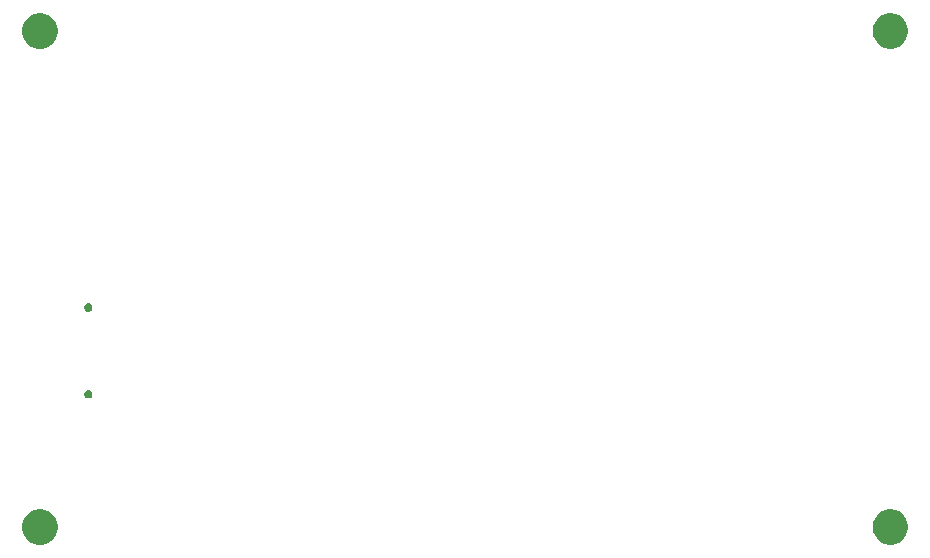
<source format=gbr>
%TF.GenerationSoftware,Altium Limited,Altium Designer,19.0.4 (130)*%
G04 Layer_Color=0*
%FSLAX45Y45*%
%MOMM*%
%TF.FileFunction,NonPlated,1,2,NPTH,Drill*%
%TF.Part,Single*%
G01*
G75*
G36*
X808999Y1488996D02*
X815961D01*
X828825Y1494325D01*
X838671Y1504171D01*
X844000Y1517035D01*
Y1530960D01*
X838671Y1543824D01*
X828825Y1553670D01*
X815961Y1558999D01*
X808999D01*
X802036D01*
X789172Y1553670D01*
X779326Y1543824D01*
X773997Y1530960D01*
Y1517035D01*
X779326Y1504171D01*
X789172Y1494325D01*
X802036Y1488996D01*
X808999D01*
D01*
D02*
G37*
G36*
Y2223996D02*
X815961D01*
X828825Y2229324D01*
X838671Y2239171D01*
X844000Y2252035D01*
Y2265959D01*
X838671Y2278824D01*
X828825Y2288670D01*
X815961Y2293998D01*
X808999D01*
X802036D01*
X789172Y2288670D01*
X779326Y2278824D01*
X773997Y2265959D01*
Y2252035D01*
X779326Y2239171D01*
X789172Y2229324D01*
X802036Y2223996D01*
X808999D01*
D01*
D02*
G37*
G36*
X399999Y4449999D02*
X385226D01*
X356246Y4455764D01*
X328948Y4467071D01*
X304380Y4483487D01*
X283487Y4504380D01*
X267071Y4528948D01*
X255764Y4556246D01*
X250000Y4585226D01*
Y4599999D01*
Y4614773D01*
X255764Y4643753D01*
X267071Y4671051D01*
X283487Y4695619D01*
X304380Y4716512D01*
X328948Y4732928D01*
X356246Y4744235D01*
X385226Y4749999D01*
X399999D01*
X414773D01*
X443753Y4744235D01*
X471051Y4732928D01*
X495619Y4716512D01*
X516512Y4695619D01*
X532928Y4671051D01*
X544235Y4643753D01*
X549999Y4614773D01*
Y4599999D01*
Y4585226D01*
X544235Y4556246D01*
X532928Y4528948D01*
X516512Y4504380D01*
X495619Y4483487D01*
X471051Y4467071D01*
X443753Y4455764D01*
X414773Y4449999D01*
X399999D01*
D01*
D02*
G37*
G36*
X250000Y400000D02*
Y385226D01*
X255764Y356246D01*
X267072Y328948D01*
X283487Y304380D01*
X304380Y283487D01*
X328948Y267072D01*
X356246Y255764D01*
X385226Y250000D01*
X400000D01*
X414774D01*
X443753Y255764D01*
X471051Y267072D01*
X495619Y283487D01*
X516512Y304380D01*
X532928Y328948D01*
X544235Y356246D01*
X550000Y385226D01*
Y400000D01*
Y414774D01*
X544235Y443753D01*
X532928Y471051D01*
X516512Y495619D01*
X495619Y516512D01*
X471051Y532928D01*
X443753Y544235D01*
X414774Y550000D01*
X400000D01*
X385226D01*
X356246Y544235D01*
X328948Y532928D01*
X304380Y516512D01*
X283487Y495619D01*
X267072Y471051D01*
X255764Y443753D01*
X250000Y414774D01*
Y400000D01*
D01*
D02*
G37*
G36*
X7450000Y4600000D02*
Y4585226D01*
X7455764Y4556246D01*
X7467072Y4528948D01*
X7483487Y4504380D01*
X7504380Y4483487D01*
X7528948Y4467072D01*
X7556247Y4455764D01*
X7585226Y4450000D01*
X7600000D01*
X7614774D01*
X7643753Y4455764D01*
X7671051Y4467072D01*
X7695619Y4483487D01*
X7716512Y4504380D01*
X7732928Y4528948D01*
X7744235Y4556246D01*
X7750000Y4585226D01*
Y4600000D01*
Y4614774D01*
X7744235Y4643753D01*
X7732928Y4671051D01*
X7716512Y4695619D01*
X7695619Y4716512D01*
X7671051Y4732928D01*
X7643753Y4744235D01*
X7614774Y4750000D01*
X7600000D01*
X7585226D01*
X7556247Y4744235D01*
X7528948Y4732928D01*
X7504380Y4716512D01*
X7483487Y4695619D01*
X7467072Y4671051D01*
X7455764Y4643753D01*
X7450000Y4614774D01*
Y4600000D01*
D01*
D02*
G37*
G36*
Y400000D02*
Y385226D01*
X7455764Y356246D01*
X7467072Y328948D01*
X7483487Y304380D01*
X7504380Y283487D01*
X7528948Y267072D01*
X7556247Y255764D01*
X7585226Y250000D01*
X7600000D01*
X7614774D01*
X7643753Y255764D01*
X7671051Y267072D01*
X7695619Y283487D01*
X7716512Y304380D01*
X7732928Y328948D01*
X7744235Y356246D01*
X7750000Y385226D01*
Y400000D01*
Y414774D01*
X7744235Y443753D01*
X7732928Y471051D01*
X7716512Y495619D01*
X7695619Y516512D01*
X7671051Y532928D01*
X7643753Y544235D01*
X7614774Y550000D01*
X7600000D01*
X7585226D01*
X7556247Y544235D01*
X7528948Y532928D01*
X7504380Y516512D01*
X7483487Y495619D01*
X7467072Y471051D01*
X7455764Y443753D01*
X7450000Y414774D01*
Y400000D01*
D01*
D02*
G37*
%TF.MD5,ef6ddf68cb4a7e951d635dbd7c98ea01*%
M02*

</source>
